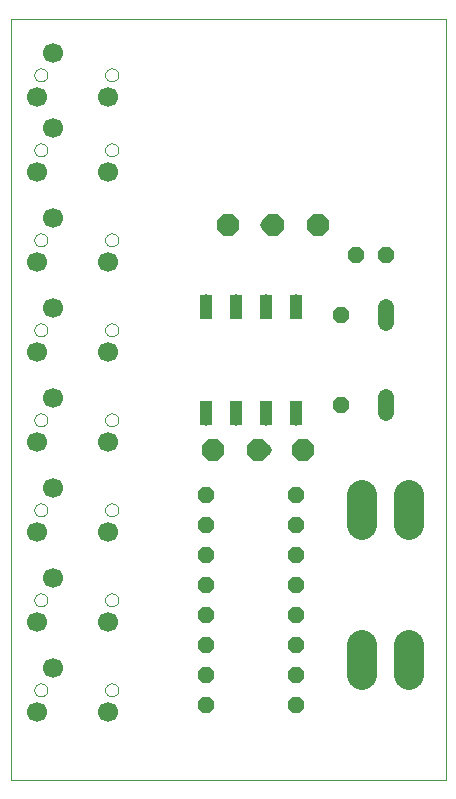
<source format=gtl>
G75*
G70*
%OFA0B0*%
%FSLAX24Y24*%
%IPPOS*%
%LPD*%
%AMOC8*
5,1,8,0,0,1.08239X$1,22.5*
%
%ADD10C,0.0000*%
%ADD11R,0.0430X0.0790*%
%ADD12C,0.0669*%
%ADD13OC8,0.0520*%
%ADD14OC8,0.0750*%
%ADD15C,0.0520*%
%ADD16C,0.0990*%
%ADD17C,0.0160*%
%ADD18C,0.0396*%
D10*
X000675Y000100D02*
X000675Y025470D01*
X015168Y025470D01*
X015168Y000100D01*
X000675Y000100D01*
X001458Y003100D02*
X001460Y003129D01*
X001466Y003157D01*
X001475Y003185D01*
X001488Y003211D01*
X001505Y003234D01*
X001524Y003256D01*
X001546Y003275D01*
X001571Y003290D01*
X001597Y003303D01*
X001625Y003311D01*
X001653Y003316D01*
X001682Y003317D01*
X001711Y003314D01*
X001739Y003307D01*
X001766Y003297D01*
X001792Y003283D01*
X001815Y003266D01*
X001836Y003246D01*
X001854Y003223D01*
X001869Y003198D01*
X001880Y003171D01*
X001888Y003143D01*
X001892Y003114D01*
X001892Y003086D01*
X001888Y003057D01*
X001880Y003029D01*
X001869Y003002D01*
X001854Y002977D01*
X001836Y002954D01*
X001815Y002934D01*
X001792Y002917D01*
X001766Y002903D01*
X001739Y002893D01*
X001711Y002886D01*
X001682Y002883D01*
X001653Y002884D01*
X001625Y002889D01*
X001597Y002897D01*
X001571Y002910D01*
X001546Y002925D01*
X001524Y002944D01*
X001505Y002966D01*
X001488Y002989D01*
X001475Y003015D01*
X001466Y003043D01*
X001460Y003071D01*
X001458Y003100D01*
X001458Y006100D02*
X001460Y006129D01*
X001466Y006157D01*
X001475Y006185D01*
X001488Y006211D01*
X001505Y006234D01*
X001524Y006256D01*
X001546Y006275D01*
X001571Y006290D01*
X001597Y006303D01*
X001625Y006311D01*
X001653Y006316D01*
X001682Y006317D01*
X001711Y006314D01*
X001739Y006307D01*
X001766Y006297D01*
X001792Y006283D01*
X001815Y006266D01*
X001836Y006246D01*
X001854Y006223D01*
X001869Y006198D01*
X001880Y006171D01*
X001888Y006143D01*
X001892Y006114D01*
X001892Y006086D01*
X001888Y006057D01*
X001880Y006029D01*
X001869Y006002D01*
X001854Y005977D01*
X001836Y005954D01*
X001815Y005934D01*
X001792Y005917D01*
X001766Y005903D01*
X001739Y005893D01*
X001711Y005886D01*
X001682Y005883D01*
X001653Y005884D01*
X001625Y005889D01*
X001597Y005897D01*
X001571Y005910D01*
X001546Y005925D01*
X001524Y005944D01*
X001505Y005966D01*
X001488Y005989D01*
X001475Y006015D01*
X001466Y006043D01*
X001460Y006071D01*
X001458Y006100D01*
X001458Y009100D02*
X001460Y009129D01*
X001466Y009157D01*
X001475Y009185D01*
X001488Y009211D01*
X001505Y009234D01*
X001524Y009256D01*
X001546Y009275D01*
X001571Y009290D01*
X001597Y009303D01*
X001625Y009311D01*
X001653Y009316D01*
X001682Y009317D01*
X001711Y009314D01*
X001739Y009307D01*
X001766Y009297D01*
X001792Y009283D01*
X001815Y009266D01*
X001836Y009246D01*
X001854Y009223D01*
X001869Y009198D01*
X001880Y009171D01*
X001888Y009143D01*
X001892Y009114D01*
X001892Y009086D01*
X001888Y009057D01*
X001880Y009029D01*
X001869Y009002D01*
X001854Y008977D01*
X001836Y008954D01*
X001815Y008934D01*
X001792Y008917D01*
X001766Y008903D01*
X001739Y008893D01*
X001711Y008886D01*
X001682Y008883D01*
X001653Y008884D01*
X001625Y008889D01*
X001597Y008897D01*
X001571Y008910D01*
X001546Y008925D01*
X001524Y008944D01*
X001505Y008966D01*
X001488Y008989D01*
X001475Y009015D01*
X001466Y009043D01*
X001460Y009071D01*
X001458Y009100D01*
X001458Y012100D02*
X001460Y012129D01*
X001466Y012157D01*
X001475Y012185D01*
X001488Y012211D01*
X001505Y012234D01*
X001524Y012256D01*
X001546Y012275D01*
X001571Y012290D01*
X001597Y012303D01*
X001625Y012311D01*
X001653Y012316D01*
X001682Y012317D01*
X001711Y012314D01*
X001739Y012307D01*
X001766Y012297D01*
X001792Y012283D01*
X001815Y012266D01*
X001836Y012246D01*
X001854Y012223D01*
X001869Y012198D01*
X001880Y012171D01*
X001888Y012143D01*
X001892Y012114D01*
X001892Y012086D01*
X001888Y012057D01*
X001880Y012029D01*
X001869Y012002D01*
X001854Y011977D01*
X001836Y011954D01*
X001815Y011934D01*
X001792Y011917D01*
X001766Y011903D01*
X001739Y011893D01*
X001711Y011886D01*
X001682Y011883D01*
X001653Y011884D01*
X001625Y011889D01*
X001597Y011897D01*
X001571Y011910D01*
X001546Y011925D01*
X001524Y011944D01*
X001505Y011966D01*
X001488Y011989D01*
X001475Y012015D01*
X001466Y012043D01*
X001460Y012071D01*
X001458Y012100D01*
X001458Y015100D02*
X001460Y015129D01*
X001466Y015157D01*
X001475Y015185D01*
X001488Y015211D01*
X001505Y015234D01*
X001524Y015256D01*
X001546Y015275D01*
X001571Y015290D01*
X001597Y015303D01*
X001625Y015311D01*
X001653Y015316D01*
X001682Y015317D01*
X001711Y015314D01*
X001739Y015307D01*
X001766Y015297D01*
X001792Y015283D01*
X001815Y015266D01*
X001836Y015246D01*
X001854Y015223D01*
X001869Y015198D01*
X001880Y015171D01*
X001888Y015143D01*
X001892Y015114D01*
X001892Y015086D01*
X001888Y015057D01*
X001880Y015029D01*
X001869Y015002D01*
X001854Y014977D01*
X001836Y014954D01*
X001815Y014934D01*
X001792Y014917D01*
X001766Y014903D01*
X001739Y014893D01*
X001711Y014886D01*
X001682Y014883D01*
X001653Y014884D01*
X001625Y014889D01*
X001597Y014897D01*
X001571Y014910D01*
X001546Y014925D01*
X001524Y014944D01*
X001505Y014966D01*
X001488Y014989D01*
X001475Y015015D01*
X001466Y015043D01*
X001460Y015071D01*
X001458Y015100D01*
X001458Y018100D02*
X001460Y018129D01*
X001466Y018157D01*
X001475Y018185D01*
X001488Y018211D01*
X001505Y018234D01*
X001524Y018256D01*
X001546Y018275D01*
X001571Y018290D01*
X001597Y018303D01*
X001625Y018311D01*
X001653Y018316D01*
X001682Y018317D01*
X001711Y018314D01*
X001739Y018307D01*
X001766Y018297D01*
X001792Y018283D01*
X001815Y018266D01*
X001836Y018246D01*
X001854Y018223D01*
X001869Y018198D01*
X001880Y018171D01*
X001888Y018143D01*
X001892Y018114D01*
X001892Y018086D01*
X001888Y018057D01*
X001880Y018029D01*
X001869Y018002D01*
X001854Y017977D01*
X001836Y017954D01*
X001815Y017934D01*
X001792Y017917D01*
X001766Y017903D01*
X001739Y017893D01*
X001711Y017886D01*
X001682Y017883D01*
X001653Y017884D01*
X001625Y017889D01*
X001597Y017897D01*
X001571Y017910D01*
X001546Y017925D01*
X001524Y017944D01*
X001505Y017966D01*
X001488Y017989D01*
X001475Y018015D01*
X001466Y018043D01*
X001460Y018071D01*
X001458Y018100D01*
X001458Y021100D02*
X001460Y021129D01*
X001466Y021157D01*
X001475Y021185D01*
X001488Y021211D01*
X001505Y021234D01*
X001524Y021256D01*
X001546Y021275D01*
X001571Y021290D01*
X001597Y021303D01*
X001625Y021311D01*
X001653Y021316D01*
X001682Y021317D01*
X001711Y021314D01*
X001739Y021307D01*
X001766Y021297D01*
X001792Y021283D01*
X001815Y021266D01*
X001836Y021246D01*
X001854Y021223D01*
X001869Y021198D01*
X001880Y021171D01*
X001888Y021143D01*
X001892Y021114D01*
X001892Y021086D01*
X001888Y021057D01*
X001880Y021029D01*
X001869Y021002D01*
X001854Y020977D01*
X001836Y020954D01*
X001815Y020934D01*
X001792Y020917D01*
X001766Y020903D01*
X001739Y020893D01*
X001711Y020886D01*
X001682Y020883D01*
X001653Y020884D01*
X001625Y020889D01*
X001597Y020897D01*
X001571Y020910D01*
X001546Y020925D01*
X001524Y020944D01*
X001505Y020966D01*
X001488Y020989D01*
X001475Y021015D01*
X001466Y021043D01*
X001460Y021071D01*
X001458Y021100D01*
X001458Y023600D02*
X001460Y023629D01*
X001466Y023657D01*
X001475Y023685D01*
X001488Y023711D01*
X001505Y023734D01*
X001524Y023756D01*
X001546Y023775D01*
X001571Y023790D01*
X001597Y023803D01*
X001625Y023811D01*
X001653Y023816D01*
X001682Y023817D01*
X001711Y023814D01*
X001739Y023807D01*
X001766Y023797D01*
X001792Y023783D01*
X001815Y023766D01*
X001836Y023746D01*
X001854Y023723D01*
X001869Y023698D01*
X001880Y023671D01*
X001888Y023643D01*
X001892Y023614D01*
X001892Y023586D01*
X001888Y023557D01*
X001880Y023529D01*
X001869Y023502D01*
X001854Y023477D01*
X001836Y023454D01*
X001815Y023434D01*
X001792Y023417D01*
X001766Y023403D01*
X001739Y023393D01*
X001711Y023386D01*
X001682Y023383D01*
X001653Y023384D01*
X001625Y023389D01*
X001597Y023397D01*
X001571Y023410D01*
X001546Y023425D01*
X001524Y023444D01*
X001505Y023466D01*
X001488Y023489D01*
X001475Y023515D01*
X001466Y023543D01*
X001460Y023571D01*
X001458Y023600D01*
X003821Y023600D02*
X003823Y023629D01*
X003829Y023657D01*
X003838Y023685D01*
X003851Y023711D01*
X003868Y023734D01*
X003887Y023756D01*
X003909Y023775D01*
X003934Y023790D01*
X003960Y023803D01*
X003988Y023811D01*
X004016Y023816D01*
X004045Y023817D01*
X004074Y023814D01*
X004102Y023807D01*
X004129Y023797D01*
X004155Y023783D01*
X004178Y023766D01*
X004199Y023746D01*
X004217Y023723D01*
X004232Y023698D01*
X004243Y023671D01*
X004251Y023643D01*
X004255Y023614D01*
X004255Y023586D01*
X004251Y023557D01*
X004243Y023529D01*
X004232Y023502D01*
X004217Y023477D01*
X004199Y023454D01*
X004178Y023434D01*
X004155Y023417D01*
X004129Y023403D01*
X004102Y023393D01*
X004074Y023386D01*
X004045Y023383D01*
X004016Y023384D01*
X003988Y023389D01*
X003960Y023397D01*
X003934Y023410D01*
X003909Y023425D01*
X003887Y023444D01*
X003868Y023466D01*
X003851Y023489D01*
X003838Y023515D01*
X003829Y023543D01*
X003823Y023571D01*
X003821Y023600D01*
X003821Y021100D02*
X003823Y021129D01*
X003829Y021157D01*
X003838Y021185D01*
X003851Y021211D01*
X003868Y021234D01*
X003887Y021256D01*
X003909Y021275D01*
X003934Y021290D01*
X003960Y021303D01*
X003988Y021311D01*
X004016Y021316D01*
X004045Y021317D01*
X004074Y021314D01*
X004102Y021307D01*
X004129Y021297D01*
X004155Y021283D01*
X004178Y021266D01*
X004199Y021246D01*
X004217Y021223D01*
X004232Y021198D01*
X004243Y021171D01*
X004251Y021143D01*
X004255Y021114D01*
X004255Y021086D01*
X004251Y021057D01*
X004243Y021029D01*
X004232Y021002D01*
X004217Y020977D01*
X004199Y020954D01*
X004178Y020934D01*
X004155Y020917D01*
X004129Y020903D01*
X004102Y020893D01*
X004074Y020886D01*
X004045Y020883D01*
X004016Y020884D01*
X003988Y020889D01*
X003960Y020897D01*
X003934Y020910D01*
X003909Y020925D01*
X003887Y020944D01*
X003868Y020966D01*
X003851Y020989D01*
X003838Y021015D01*
X003829Y021043D01*
X003823Y021071D01*
X003821Y021100D01*
X003821Y018100D02*
X003823Y018129D01*
X003829Y018157D01*
X003838Y018185D01*
X003851Y018211D01*
X003868Y018234D01*
X003887Y018256D01*
X003909Y018275D01*
X003934Y018290D01*
X003960Y018303D01*
X003988Y018311D01*
X004016Y018316D01*
X004045Y018317D01*
X004074Y018314D01*
X004102Y018307D01*
X004129Y018297D01*
X004155Y018283D01*
X004178Y018266D01*
X004199Y018246D01*
X004217Y018223D01*
X004232Y018198D01*
X004243Y018171D01*
X004251Y018143D01*
X004255Y018114D01*
X004255Y018086D01*
X004251Y018057D01*
X004243Y018029D01*
X004232Y018002D01*
X004217Y017977D01*
X004199Y017954D01*
X004178Y017934D01*
X004155Y017917D01*
X004129Y017903D01*
X004102Y017893D01*
X004074Y017886D01*
X004045Y017883D01*
X004016Y017884D01*
X003988Y017889D01*
X003960Y017897D01*
X003934Y017910D01*
X003909Y017925D01*
X003887Y017944D01*
X003868Y017966D01*
X003851Y017989D01*
X003838Y018015D01*
X003829Y018043D01*
X003823Y018071D01*
X003821Y018100D01*
X003821Y015100D02*
X003823Y015129D01*
X003829Y015157D01*
X003838Y015185D01*
X003851Y015211D01*
X003868Y015234D01*
X003887Y015256D01*
X003909Y015275D01*
X003934Y015290D01*
X003960Y015303D01*
X003988Y015311D01*
X004016Y015316D01*
X004045Y015317D01*
X004074Y015314D01*
X004102Y015307D01*
X004129Y015297D01*
X004155Y015283D01*
X004178Y015266D01*
X004199Y015246D01*
X004217Y015223D01*
X004232Y015198D01*
X004243Y015171D01*
X004251Y015143D01*
X004255Y015114D01*
X004255Y015086D01*
X004251Y015057D01*
X004243Y015029D01*
X004232Y015002D01*
X004217Y014977D01*
X004199Y014954D01*
X004178Y014934D01*
X004155Y014917D01*
X004129Y014903D01*
X004102Y014893D01*
X004074Y014886D01*
X004045Y014883D01*
X004016Y014884D01*
X003988Y014889D01*
X003960Y014897D01*
X003934Y014910D01*
X003909Y014925D01*
X003887Y014944D01*
X003868Y014966D01*
X003851Y014989D01*
X003838Y015015D01*
X003829Y015043D01*
X003823Y015071D01*
X003821Y015100D01*
X003821Y012100D02*
X003823Y012129D01*
X003829Y012157D01*
X003838Y012185D01*
X003851Y012211D01*
X003868Y012234D01*
X003887Y012256D01*
X003909Y012275D01*
X003934Y012290D01*
X003960Y012303D01*
X003988Y012311D01*
X004016Y012316D01*
X004045Y012317D01*
X004074Y012314D01*
X004102Y012307D01*
X004129Y012297D01*
X004155Y012283D01*
X004178Y012266D01*
X004199Y012246D01*
X004217Y012223D01*
X004232Y012198D01*
X004243Y012171D01*
X004251Y012143D01*
X004255Y012114D01*
X004255Y012086D01*
X004251Y012057D01*
X004243Y012029D01*
X004232Y012002D01*
X004217Y011977D01*
X004199Y011954D01*
X004178Y011934D01*
X004155Y011917D01*
X004129Y011903D01*
X004102Y011893D01*
X004074Y011886D01*
X004045Y011883D01*
X004016Y011884D01*
X003988Y011889D01*
X003960Y011897D01*
X003934Y011910D01*
X003909Y011925D01*
X003887Y011944D01*
X003868Y011966D01*
X003851Y011989D01*
X003838Y012015D01*
X003829Y012043D01*
X003823Y012071D01*
X003821Y012100D01*
X003821Y009100D02*
X003823Y009129D01*
X003829Y009157D01*
X003838Y009185D01*
X003851Y009211D01*
X003868Y009234D01*
X003887Y009256D01*
X003909Y009275D01*
X003934Y009290D01*
X003960Y009303D01*
X003988Y009311D01*
X004016Y009316D01*
X004045Y009317D01*
X004074Y009314D01*
X004102Y009307D01*
X004129Y009297D01*
X004155Y009283D01*
X004178Y009266D01*
X004199Y009246D01*
X004217Y009223D01*
X004232Y009198D01*
X004243Y009171D01*
X004251Y009143D01*
X004255Y009114D01*
X004255Y009086D01*
X004251Y009057D01*
X004243Y009029D01*
X004232Y009002D01*
X004217Y008977D01*
X004199Y008954D01*
X004178Y008934D01*
X004155Y008917D01*
X004129Y008903D01*
X004102Y008893D01*
X004074Y008886D01*
X004045Y008883D01*
X004016Y008884D01*
X003988Y008889D01*
X003960Y008897D01*
X003934Y008910D01*
X003909Y008925D01*
X003887Y008944D01*
X003868Y008966D01*
X003851Y008989D01*
X003838Y009015D01*
X003829Y009043D01*
X003823Y009071D01*
X003821Y009100D01*
X003821Y006100D02*
X003823Y006129D01*
X003829Y006157D01*
X003838Y006185D01*
X003851Y006211D01*
X003868Y006234D01*
X003887Y006256D01*
X003909Y006275D01*
X003934Y006290D01*
X003960Y006303D01*
X003988Y006311D01*
X004016Y006316D01*
X004045Y006317D01*
X004074Y006314D01*
X004102Y006307D01*
X004129Y006297D01*
X004155Y006283D01*
X004178Y006266D01*
X004199Y006246D01*
X004217Y006223D01*
X004232Y006198D01*
X004243Y006171D01*
X004251Y006143D01*
X004255Y006114D01*
X004255Y006086D01*
X004251Y006057D01*
X004243Y006029D01*
X004232Y006002D01*
X004217Y005977D01*
X004199Y005954D01*
X004178Y005934D01*
X004155Y005917D01*
X004129Y005903D01*
X004102Y005893D01*
X004074Y005886D01*
X004045Y005883D01*
X004016Y005884D01*
X003988Y005889D01*
X003960Y005897D01*
X003934Y005910D01*
X003909Y005925D01*
X003887Y005944D01*
X003868Y005966D01*
X003851Y005989D01*
X003838Y006015D01*
X003829Y006043D01*
X003823Y006071D01*
X003821Y006100D01*
X003821Y003100D02*
X003823Y003129D01*
X003829Y003157D01*
X003838Y003185D01*
X003851Y003211D01*
X003868Y003234D01*
X003887Y003256D01*
X003909Y003275D01*
X003934Y003290D01*
X003960Y003303D01*
X003988Y003311D01*
X004016Y003316D01*
X004045Y003317D01*
X004074Y003314D01*
X004102Y003307D01*
X004129Y003297D01*
X004155Y003283D01*
X004178Y003266D01*
X004199Y003246D01*
X004217Y003223D01*
X004232Y003198D01*
X004243Y003171D01*
X004251Y003143D01*
X004255Y003114D01*
X004255Y003086D01*
X004251Y003057D01*
X004243Y003029D01*
X004232Y003002D01*
X004217Y002977D01*
X004199Y002954D01*
X004178Y002934D01*
X004155Y002917D01*
X004129Y002903D01*
X004102Y002893D01*
X004074Y002886D01*
X004045Y002883D01*
X004016Y002884D01*
X003988Y002889D01*
X003960Y002897D01*
X003934Y002910D01*
X003909Y002925D01*
X003887Y002944D01*
X003868Y002966D01*
X003851Y002989D01*
X003838Y003015D01*
X003829Y003043D01*
X003823Y003071D01*
X003821Y003100D01*
D11*
X007175Y012330D03*
X008175Y012330D03*
X009175Y012330D03*
X010175Y012330D03*
X010175Y015870D03*
X009175Y015870D03*
X008175Y015870D03*
X007175Y015870D03*
D12*
X003920Y014372D03*
X003920Y017372D03*
X002069Y018828D03*
X001557Y017372D03*
X002069Y015828D03*
X001557Y014372D03*
X002069Y012828D03*
X001557Y011372D03*
X002069Y009828D03*
X001557Y008372D03*
X002069Y006828D03*
X001557Y005372D03*
X002069Y003828D03*
X001557Y002372D03*
X003920Y002372D03*
X003920Y005372D03*
X003920Y008372D03*
X003920Y011372D03*
X003920Y020372D03*
X003920Y022872D03*
X002069Y021828D03*
X001557Y022872D03*
X002069Y024328D03*
X001557Y020372D03*
D13*
X007175Y009600D03*
X007175Y008600D03*
X007175Y007600D03*
X007175Y006600D03*
X007175Y005600D03*
X007175Y004600D03*
X007175Y003600D03*
X007175Y002600D03*
X010175Y002600D03*
X010175Y003600D03*
X010175Y004600D03*
X010175Y005600D03*
X010175Y006600D03*
X010175Y007600D03*
X010175Y008600D03*
X010175Y009600D03*
X011675Y012600D03*
X011675Y015600D03*
X012175Y017600D03*
X013175Y017600D03*
D14*
X010925Y018600D03*
X009425Y018600D03*
X007925Y018600D03*
X007425Y011100D03*
X008925Y011100D03*
X010425Y011100D03*
D15*
X013175Y012340D02*
X013175Y012860D01*
X013175Y015340D02*
X013175Y015860D01*
D16*
X012395Y009595D02*
X012395Y008605D01*
X013955Y008605D02*
X013955Y009595D01*
X013955Y004595D02*
X013955Y003605D01*
X012395Y003605D02*
X012395Y004595D01*
D17*
X009175Y011100D02*
X008925Y011100D01*
X009175Y018600D02*
X009425Y018600D01*
D18*
X009175Y018600D03*
X009175Y016100D03*
X008175Y016100D03*
X007175Y016100D03*
X007175Y012100D03*
X008175Y012100D03*
X009175Y012100D03*
X009175Y011100D03*
X010175Y012100D03*
X010175Y016100D03*
M02*

</source>
